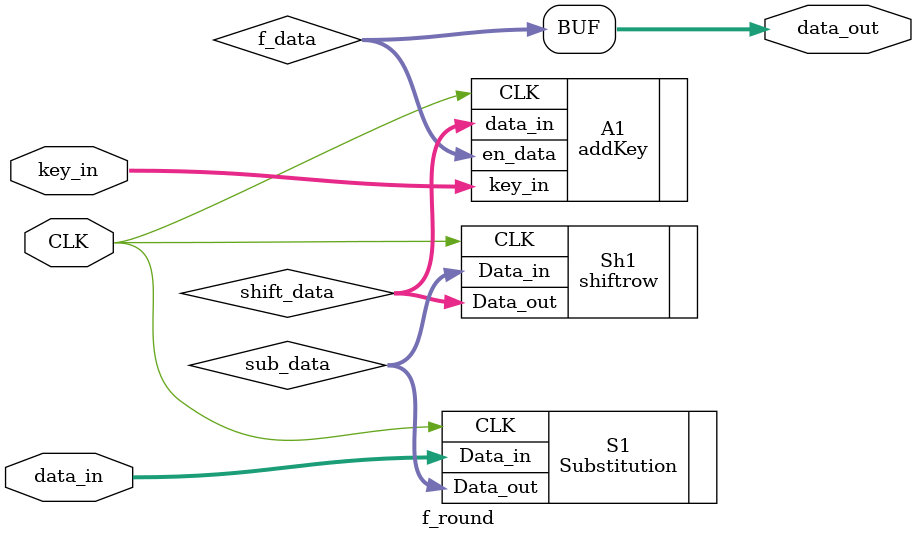
<source format=v>

`timescale 1ns/100ps 
module f_round(input [127:0] key_in, data_in, input CLK, output [127:0] data_out);

wire [127:0] sub_data,shift_data,f_data;

Substitution S1(.Data_in(data_in),.CLK(CLK),.Data_out(sub_data));
shiftrow Sh1(.Data_in(sub_data),.CLK(CLK),.Data_out(shift_data));
addKey A1(.data_in(shift_data),.key_in(key_in),.CLK(CLK),.en_data(f_data));

assign data_out = f_data;

endmodule 
</source>
